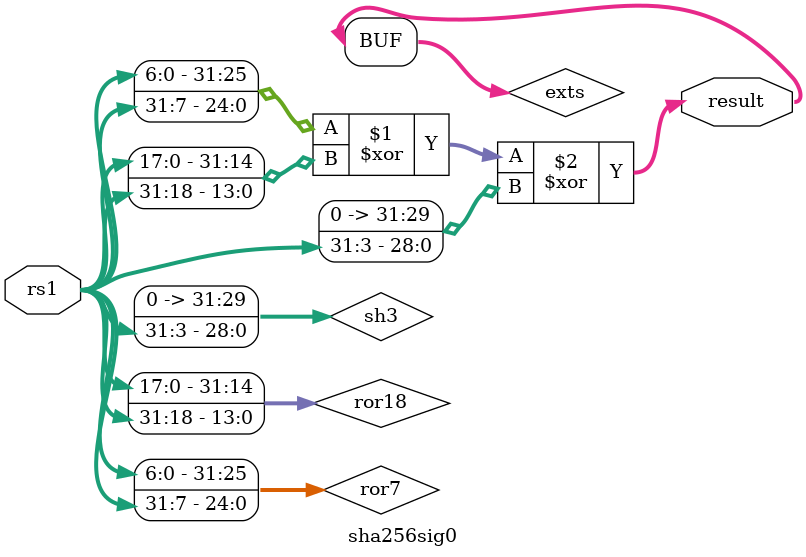
<source format=sv>

module sha256sig0 #(parameter WIDTH=32) (
  input  logic [WIDTH-1:0] rs1,
  output logic [WIDTH-1:0] result
);

   logic [31:0] 	   ror7;
   logic [31:0] 	   ror18;
   logic [31:0] 	   sh3;
   logic [31:0] 	   exts;
   
   assign ror7  = {rs1[6:0], rs1[31:7]};
   assign ror18 = {rs1[17:0], rs1[31:18]};
   assign sh3   = {3'b0, rs1[31:3]};
   
   // Assign output to xor of 3 rotates
   assign exts = ror7 ^ ror18 ^ sh3;   

   // Sign-extend for RV64
   if (WIDTH==32) assign result = exts;
   else           assign result = {{32{exts[31]}}, exts};
endmodule

</source>
